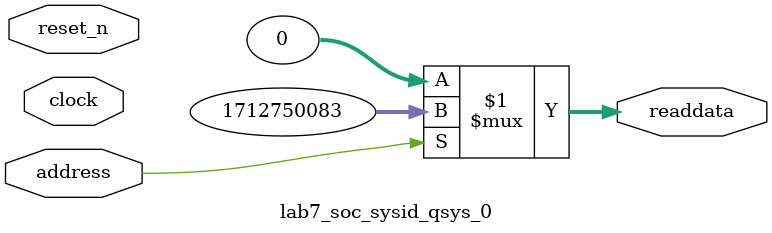
<source format=v>



// synthesis translate_off
`timescale 1ns / 1ps
// synthesis translate_on

// turn off superfluous verilog processor warnings 
// altera message_level Level1 
// altera message_off 10034 10035 10036 10037 10230 10240 10030 

module lab7_soc_sysid_qsys_0 (
               // inputs:
                address,
                clock,
                reset_n,

               // outputs:
                readdata
             )
;

  output  [ 31: 0] readdata;
  input            address;
  input            clock;
  input            reset_n;

  wire    [ 31: 0] readdata;
  //control_slave, which is an e_avalon_slave
  assign readdata = address ? 1712750083 : 0;

endmodule



</source>
